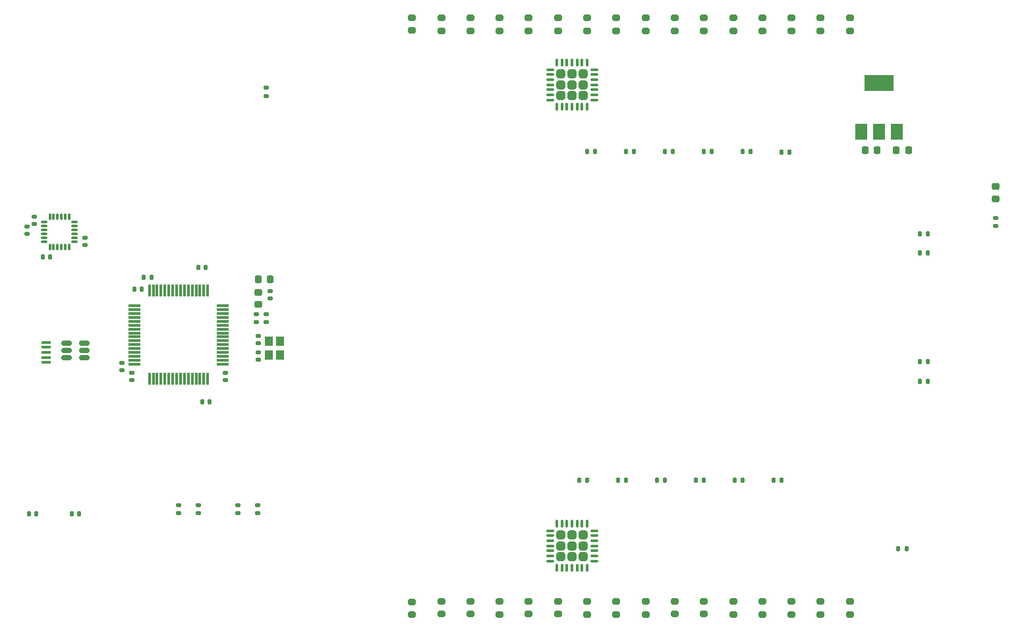
<source format=gtp>
G04 #@! TF.GenerationSoftware,KiCad,Pcbnew,7.0.5*
G04 #@! TF.CreationDate,2023-11-30T10:19:55+10:00*
G04 #@! TF.ProjectId,HEXCORE PCB Design v0,48455843-4f52-4452-9050-434220446573,rev?*
G04 #@! TF.SameCoordinates,Original*
G04 #@! TF.FileFunction,Paste,Top*
G04 #@! TF.FilePolarity,Positive*
%FSLAX46Y46*%
G04 Gerber Fmt 4.6, Leading zero omitted, Abs format (unit mm)*
G04 Created by KiCad (PCBNEW 7.0.5) date 2023-11-30 10:19:55*
%MOMM*%
%LPD*%
G01*
G04 APERTURE LIST*
G04 Aperture macros list*
%AMRoundRect*
0 Rectangle with rounded corners*
0 $1 Rounding radius*
0 $2 $3 $4 $5 $6 $7 $8 $9 X,Y pos of 4 corners*
0 Add a 4 corners polygon primitive as box body*
4,1,4,$2,$3,$4,$5,$6,$7,$8,$9,$2,$3,0*
0 Add four circle primitives for the rounded corners*
1,1,$1+$1,$2,$3*
1,1,$1+$1,$4,$5*
1,1,$1+$1,$6,$7*
1,1,$1+$1,$8,$9*
0 Add four rect primitives between the rounded corners*
20,1,$1+$1,$2,$3,$4,$5,0*
20,1,$1+$1,$4,$5,$6,$7,0*
20,1,$1+$1,$6,$7,$8,$9,0*
20,1,$1+$1,$8,$9,$2,$3,0*%
G04 Aperture macros list end*
%ADD10RoundRect,0.140000X-0.170000X0.140000X-0.170000X-0.140000X0.170000X-0.140000X0.170000X0.140000X0*%
%ADD11RoundRect,0.200000X-0.275000X0.200000X-0.275000X-0.200000X0.275000X-0.200000X0.275000X0.200000X0*%
%ADD12RoundRect,0.218750X0.256250X-0.218750X0.256250X0.218750X-0.256250X0.218750X-0.256250X-0.218750X0*%
%ADD13RoundRect,0.135000X-0.185000X0.135000X-0.185000X-0.135000X0.185000X-0.135000X0.185000X0.135000X0*%
%ADD14RoundRect,0.225000X0.225000X0.250000X-0.225000X0.250000X-0.225000X-0.250000X0.225000X-0.250000X0*%
%ADD15RoundRect,0.140000X0.140000X0.170000X-0.140000X0.170000X-0.140000X-0.170000X0.140000X-0.170000X0*%
%ADD16RoundRect,0.200000X0.275000X-0.200000X0.275000X0.200000X-0.275000X0.200000X-0.275000X-0.200000X0*%
%ADD17RoundRect,0.135000X0.135000X0.185000X-0.135000X0.185000X-0.135000X-0.185000X0.135000X-0.185000X0*%
%ADD18RoundRect,0.140000X0.170000X-0.140000X0.170000X0.140000X-0.170000X0.140000X-0.170000X-0.140000X0*%
%ADD19R,1.000000X1.150000*%
%ADD20RoundRect,0.150000X-0.512500X-0.150000X0.512500X-0.150000X0.512500X0.150000X-0.512500X0.150000X0*%
%ADD21RoundRect,0.250000X0.320000X0.320000X-0.320000X0.320000X-0.320000X-0.320000X0.320000X-0.320000X0*%
%ADD22RoundRect,0.075000X0.437500X0.075000X-0.437500X0.075000X-0.437500X-0.075000X0.437500X-0.075000X0*%
%ADD23RoundRect,0.075000X0.075000X0.437500X-0.075000X0.437500X-0.075000X-0.437500X0.075000X-0.437500X0*%
%ADD24RoundRect,0.140000X-0.140000X-0.170000X0.140000X-0.170000X0.140000X0.170000X-0.140000X0.170000X0*%
%ADD25RoundRect,0.135000X-0.135000X-0.185000X0.135000X-0.185000X0.135000X0.185000X-0.135000X0.185000X0*%
%ADD26R,1.500000X2.000000*%
%ADD27R,3.800000X2.000000*%
%ADD28R,1.250000X0.400000*%
%ADD29RoundRect,0.225000X-0.225000X-0.250000X0.225000X-0.250000X0.225000X0.250000X-0.225000X0.250000X0*%
%ADD30RoundRect,0.075000X-0.075000X0.350000X-0.075000X-0.350000X0.075000X-0.350000X0.075000X0.350000X0*%
%ADD31RoundRect,0.075000X-0.350000X-0.075000X0.350000X-0.075000X0.350000X0.075000X-0.350000X0.075000X0*%
%ADD32RoundRect,0.250000X-0.320000X-0.320000X0.320000X-0.320000X0.320000X0.320000X-0.320000X0.320000X0*%
%ADD33RoundRect,0.075000X-0.437500X-0.075000X0.437500X-0.075000X0.437500X0.075000X-0.437500X0.075000X0*%
%ADD34RoundRect,0.075000X-0.075000X-0.437500X0.075000X-0.437500X0.075000X0.437500X-0.075000X0.437500X0*%
%ADD35RoundRect,0.075000X0.700000X0.075000X-0.700000X0.075000X-0.700000X-0.075000X0.700000X-0.075000X0*%
%ADD36RoundRect,0.075000X0.075000X0.700000X-0.075000X0.700000X-0.075000X-0.700000X0.075000X-0.700000X0*%
%ADD37RoundRect,0.135000X0.185000X-0.135000X0.185000X0.135000X-0.185000X0.135000X-0.185000X-0.135000X0*%
G04 APERTURE END LIST*
D10*
X40250000Y-81082000D03*
X40250000Y-82042000D03*
D11*
X81250000Y-36750000D03*
X81250000Y-38400000D03*
D12*
X57750000Y-73582000D03*
X57750000Y-72007000D03*
D13*
X57620000Y-99410000D03*
X57620000Y-100430000D03*
D14*
X137250000Y-53785000D03*
X135700000Y-53785000D03*
D10*
X58750000Y-74872000D03*
X58750000Y-75832000D03*
D13*
X55080000Y-99410000D03*
X55080000Y-100430000D03*
D15*
X31000000Y-67500000D03*
X30040000Y-67500000D03*
D13*
X47460000Y-99410000D03*
X47460000Y-100430000D03*
D16*
X133750000Y-113425000D03*
X133750000Y-111775000D03*
D10*
X57750000Y-77622000D03*
X57750000Y-78582000D03*
D17*
X105000000Y-96160000D03*
X103980000Y-96160000D03*
D16*
X88750000Y-113415000D03*
X88750000Y-111765000D03*
X81250000Y-113400000D03*
X81250000Y-111750000D03*
D11*
X85000000Y-36750000D03*
X85000000Y-38400000D03*
D16*
X130000000Y-113410000D03*
X130000000Y-111760000D03*
D15*
X42750000Y-71582000D03*
X41790000Y-71582000D03*
D10*
X57500000Y-74872000D03*
X57500000Y-75832000D03*
D18*
X29000000Y-63250000D03*
X29000000Y-62290000D03*
D10*
X59250000Y-71872000D03*
X59250000Y-72832000D03*
D11*
X118750000Y-36750000D03*
X118750000Y-38400000D03*
D10*
X28000000Y-63540000D03*
X28000000Y-64500000D03*
D19*
X60500000Y-80082000D03*
X60500000Y-78332000D03*
X59100000Y-78332000D03*
X59100000Y-80082000D03*
D11*
X115000000Y-36750000D03*
X115000000Y-38400000D03*
D17*
X143750000Y-64500000D03*
X142730000Y-64500000D03*
D11*
X103750000Y-36750000D03*
X103750000Y-38400000D03*
X130000000Y-36750000D03*
X130000000Y-38400000D03*
D17*
X143750000Y-67000000D03*
X142730000Y-67000000D03*
D13*
X58750000Y-45750000D03*
X58750000Y-46770000D03*
D10*
X53500000Y-82332000D03*
X53500000Y-83292000D03*
D18*
X35500000Y-65960000D03*
X35500000Y-65000000D03*
D11*
X77500000Y-36735000D03*
X77500000Y-38385000D03*
D20*
X33112500Y-78546000D03*
X33112500Y-79496000D03*
X33112500Y-80446000D03*
X35387500Y-80446000D03*
X35387500Y-79496000D03*
X35387500Y-78546000D03*
D17*
X100000000Y-96160000D03*
X98980000Y-96160000D03*
D21*
X99470000Y-46757500D03*
X99470000Y-45337500D03*
X99470000Y-43917500D03*
X98050000Y-46757500D03*
X98050000Y-45337500D03*
X98050000Y-43917500D03*
X96630000Y-46757500D03*
X96630000Y-45337500D03*
X96630000Y-43917500D03*
D22*
X100887500Y-47287500D03*
X100887500Y-46637500D03*
X100887500Y-45987500D03*
X100887500Y-45337500D03*
X100887500Y-44687500D03*
X100887500Y-44037500D03*
X100887500Y-43387500D03*
D23*
X100000000Y-42500000D03*
X99350000Y-42500000D03*
X98700000Y-42500000D03*
X98050000Y-42500000D03*
X97400000Y-42500000D03*
X96750000Y-42500000D03*
X96100000Y-42500000D03*
D22*
X95212500Y-43387500D03*
X95212500Y-44037500D03*
X95212500Y-44687500D03*
X95212500Y-45337500D03*
X95212500Y-45987500D03*
X95212500Y-46637500D03*
X95212500Y-47287500D03*
D23*
X96100000Y-48175000D03*
X96750000Y-48175000D03*
X97400000Y-48175000D03*
X98050000Y-48175000D03*
X98700000Y-48175000D03*
X99350000Y-48175000D03*
X100000000Y-48175000D03*
D24*
X50000000Y-68832000D03*
X50960000Y-68832000D03*
D25*
X125000000Y-54000000D03*
X126020000Y-54000000D03*
D24*
X28250000Y-100500000D03*
X29210000Y-100500000D03*
D15*
X44000000Y-70082000D03*
X43040000Y-70082000D03*
D11*
X111250000Y-36750000D03*
X111250000Y-38400000D03*
D25*
X110000000Y-53960000D03*
X111020000Y-53960000D03*
D17*
X115000000Y-96160000D03*
X113980000Y-96160000D03*
D16*
X118750000Y-113415000D03*
X118750000Y-111765000D03*
D11*
X133750000Y-36750000D03*
X133750000Y-38400000D03*
D26*
X135200000Y-51410000D03*
X137500000Y-51410000D03*
D27*
X137500000Y-45110000D03*
D26*
X139800000Y-51410000D03*
D17*
X110000000Y-96160000D03*
X108980000Y-96160000D03*
D28*
X30450000Y-78450000D03*
X30450000Y-79100000D03*
X30450000Y-79750000D03*
X30450000Y-80400000D03*
X30450000Y-81050000D03*
D29*
X139725000Y-53785000D03*
X141275000Y-53785000D03*
D25*
X140000000Y-105000000D03*
X141020000Y-105000000D03*
X100000000Y-53960000D03*
X101020000Y-53960000D03*
D24*
X33750000Y-100500000D03*
X34710000Y-100500000D03*
D25*
X142730000Y-80960000D03*
X143750000Y-80960000D03*
X115000000Y-53960000D03*
X116020000Y-53960000D03*
D16*
X107500000Y-113415000D03*
X107500000Y-111765000D03*
D18*
X57750000Y-80710000D03*
X57750000Y-79750000D03*
D16*
X92500000Y-113400000D03*
X92500000Y-111750000D03*
X122500000Y-113415000D03*
X122500000Y-111765000D03*
X115000000Y-113400000D03*
X115000000Y-111750000D03*
D15*
X51500000Y-86082000D03*
X50540000Y-86082000D03*
D16*
X111250000Y-113400000D03*
X111250000Y-111750000D03*
D13*
X50000000Y-99410000D03*
X50000000Y-100430000D03*
D16*
X103750000Y-113415000D03*
X103750000Y-111765000D03*
X126250000Y-113425000D03*
X126250000Y-111775000D03*
D30*
X33450000Y-62300000D03*
X32950000Y-62300000D03*
X32450000Y-62300000D03*
X31950000Y-62300000D03*
X31450000Y-62300000D03*
X30950000Y-62300000D03*
D31*
X30250000Y-63000000D03*
X30250000Y-63500000D03*
X30250000Y-64000000D03*
X30250000Y-64500000D03*
X30250000Y-65000000D03*
X30250000Y-65500000D03*
D30*
X30950000Y-66200000D03*
X31450000Y-66200000D03*
X31950000Y-66200000D03*
X32450000Y-66200000D03*
X32950000Y-66200000D03*
X33450000Y-66200000D03*
D31*
X34150000Y-65500000D03*
X34150000Y-65000000D03*
X34150000Y-64500000D03*
X34150000Y-64000000D03*
X34150000Y-63500000D03*
X34150000Y-63000000D03*
D16*
X77500000Y-113475000D03*
X77500000Y-111825000D03*
D32*
X96630000Y-103190000D03*
X96630000Y-104610000D03*
X96630000Y-106030000D03*
X98050000Y-103190000D03*
X98050000Y-104610000D03*
X98050000Y-106030000D03*
X99470000Y-103190000D03*
X99470000Y-104610000D03*
X99470000Y-106030000D03*
D33*
X95212500Y-102660000D03*
X95212500Y-103310000D03*
X95212500Y-103960000D03*
X95212500Y-104610000D03*
X95212500Y-105260000D03*
X95212500Y-105910000D03*
X95212500Y-106560000D03*
D34*
X96100000Y-107447500D03*
X96750000Y-107447500D03*
X97400000Y-107447500D03*
X98050000Y-107447500D03*
X98700000Y-107447500D03*
X99350000Y-107447500D03*
X100000000Y-107447500D03*
D33*
X100887500Y-106560000D03*
X100887500Y-105910000D03*
X100887500Y-105260000D03*
X100887500Y-104610000D03*
X100887500Y-103960000D03*
X100887500Y-103310000D03*
X100887500Y-102660000D03*
D34*
X100000000Y-101772500D03*
X99350000Y-101772500D03*
X98700000Y-101772500D03*
X98050000Y-101772500D03*
X97400000Y-101772500D03*
X96750000Y-101772500D03*
X96100000Y-101772500D03*
D11*
X96250000Y-36750000D03*
X96250000Y-38400000D03*
X126250000Y-36750000D03*
X126250000Y-38400000D03*
D16*
X96250000Y-113400000D03*
X96250000Y-111750000D03*
D11*
X100000000Y-36750000D03*
X100000000Y-38400000D03*
X88750000Y-36750000D03*
X88750000Y-38400000D03*
D17*
X125000000Y-96160000D03*
X123980000Y-96160000D03*
D35*
X53175000Y-81250000D03*
X53175000Y-80750000D03*
X53175000Y-80250000D03*
X53175000Y-79750000D03*
X53175000Y-79250000D03*
X53175000Y-78750000D03*
X53175000Y-78250000D03*
X53175000Y-77750000D03*
X53175000Y-77250000D03*
X53175000Y-76750000D03*
X53175000Y-76250000D03*
X53175000Y-75750000D03*
X53175000Y-75250000D03*
X53175000Y-74750000D03*
X53175000Y-74250000D03*
X53175000Y-73750000D03*
D36*
X51250000Y-71825000D03*
X50750000Y-71825000D03*
X50250000Y-71825000D03*
X49750000Y-71825000D03*
X49250000Y-71825000D03*
X48750000Y-71825000D03*
X48250000Y-71825000D03*
X47750000Y-71825000D03*
X47250000Y-71825000D03*
X46750000Y-71825000D03*
X46250000Y-71825000D03*
X45750000Y-71825000D03*
X45250000Y-71825000D03*
X44750000Y-71825000D03*
X44250000Y-71825000D03*
X43750000Y-71825000D03*
D35*
X41825000Y-73750000D03*
X41825000Y-74250000D03*
X41825000Y-74750000D03*
X41825000Y-75250000D03*
X41825000Y-75750000D03*
X41825000Y-76250000D03*
X41825000Y-76750000D03*
X41825000Y-77250000D03*
X41825000Y-77750000D03*
X41825000Y-78250000D03*
X41825000Y-78750000D03*
X41825000Y-79250000D03*
X41825000Y-79750000D03*
X41825000Y-80250000D03*
X41825000Y-80750000D03*
X41825000Y-81250000D03*
D36*
X43750000Y-83175000D03*
X44250000Y-83175000D03*
X44750000Y-83175000D03*
X45250000Y-83175000D03*
X45750000Y-83175000D03*
X46250000Y-83175000D03*
X46750000Y-83175000D03*
X47250000Y-83175000D03*
X47750000Y-83175000D03*
X48250000Y-83175000D03*
X48750000Y-83175000D03*
X49250000Y-83175000D03*
X49750000Y-83175000D03*
X50250000Y-83175000D03*
X50750000Y-83175000D03*
X51250000Y-83175000D03*
D16*
X100000000Y-113415000D03*
X100000000Y-111765000D03*
D11*
X107500000Y-36750000D03*
X107500000Y-38400000D03*
D25*
X105000000Y-53960000D03*
X106020000Y-53960000D03*
D16*
X85000000Y-113400000D03*
X85000000Y-111750000D03*
D17*
X120010000Y-96160000D03*
X118990000Y-96160000D03*
D25*
X142730000Y-83460000D03*
X143750000Y-83460000D03*
D37*
X152500000Y-63520000D03*
X152500000Y-62500000D03*
D11*
X122500000Y-36750000D03*
X122500000Y-38400000D03*
X92500000Y-36750000D03*
X92500000Y-38400000D03*
D25*
X120000000Y-53960000D03*
X121020000Y-53960000D03*
D29*
X57750000Y-70332000D03*
X59300000Y-70332000D03*
D12*
X152500000Y-60000000D03*
X152500000Y-58425000D03*
D10*
X41500000Y-82332000D03*
X41500000Y-83292000D03*
M02*

</source>
